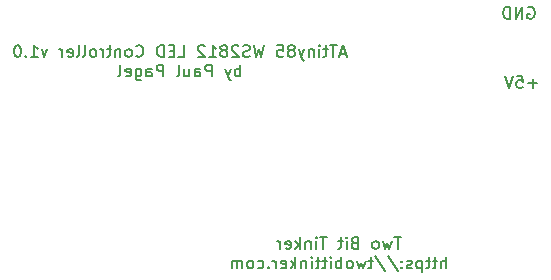
<source format=gbr>
%TF.GenerationSoftware,KiCad,Pcbnew,5.1.6-c6e7f7d~86~ubuntu19.10.1*%
%TF.CreationDate,2020-07-11T11:49:28-04:00*%
%TF.ProjectId,ATtiny85-WS2812-Controller,41547469-6e79-4383-952d-575332383132,rev?*%
%TF.SameCoordinates,Original*%
%TF.FileFunction,Legend,Bot*%
%TF.FilePolarity,Positive*%
%FSLAX46Y46*%
G04 Gerber Fmt 4.6, Leading zero omitted, Abs format (unit mm)*
G04 Created by KiCad (PCBNEW 5.1.6-c6e7f7d~86~ubuntu19.10.1) date 2020-07-11 11:49:28*
%MOMM*%
%LPD*%
G01*
G04 APERTURE LIST*
%ADD10C,0.150000*%
G04 APERTURE END LIST*
D10*
X142763714Y-66365428D02*
X142001809Y-66365428D01*
X142382761Y-66746380D02*
X142382761Y-65984476D01*
X141049428Y-65746380D02*
X141525619Y-65746380D01*
X141573238Y-66222571D01*
X141525619Y-66174952D01*
X141430380Y-66127333D01*
X141192285Y-66127333D01*
X141097047Y-66174952D01*
X141049428Y-66222571D01*
X141001809Y-66317809D01*
X141001809Y-66555904D01*
X141049428Y-66651142D01*
X141097047Y-66698761D01*
X141192285Y-66746380D01*
X141430380Y-66746380D01*
X141525619Y-66698761D01*
X141573238Y-66651142D01*
X140716095Y-65746380D02*
X140382761Y-66746380D01*
X140049428Y-65746380D01*
X141985904Y-59952000D02*
X142081142Y-59904380D01*
X142224000Y-59904380D01*
X142366857Y-59952000D01*
X142462095Y-60047238D01*
X142509714Y-60142476D01*
X142557333Y-60332952D01*
X142557333Y-60475809D01*
X142509714Y-60666285D01*
X142462095Y-60761523D01*
X142366857Y-60856761D01*
X142224000Y-60904380D01*
X142128761Y-60904380D01*
X141985904Y-60856761D01*
X141938285Y-60809142D01*
X141938285Y-60475809D01*
X142128761Y-60475809D01*
X141509714Y-60904380D02*
X141509714Y-59904380D01*
X140938285Y-60904380D01*
X140938285Y-59904380D01*
X140462095Y-60904380D02*
X140462095Y-59904380D01*
X140224000Y-59904380D01*
X140081142Y-59952000D01*
X139985904Y-60047238D01*
X139938285Y-60142476D01*
X139890666Y-60332952D01*
X139890666Y-60475809D01*
X139938285Y-60666285D01*
X139985904Y-60761523D01*
X140081142Y-60856761D01*
X140224000Y-60904380D01*
X140462095Y-60904380D01*
X131245904Y-79399380D02*
X130674476Y-79399380D01*
X130960190Y-80399380D02*
X130960190Y-79399380D01*
X130436380Y-79732714D02*
X130245904Y-80399380D01*
X130055428Y-79923190D01*
X129864952Y-80399380D01*
X129674476Y-79732714D01*
X129150666Y-80399380D02*
X129245904Y-80351761D01*
X129293523Y-80304142D01*
X129341142Y-80208904D01*
X129341142Y-79923190D01*
X129293523Y-79827952D01*
X129245904Y-79780333D01*
X129150666Y-79732714D01*
X129007809Y-79732714D01*
X128912571Y-79780333D01*
X128864952Y-79827952D01*
X128817333Y-79923190D01*
X128817333Y-80208904D01*
X128864952Y-80304142D01*
X128912571Y-80351761D01*
X129007809Y-80399380D01*
X129150666Y-80399380D01*
X127293523Y-79875571D02*
X127150666Y-79923190D01*
X127103047Y-79970809D01*
X127055428Y-80066047D01*
X127055428Y-80208904D01*
X127103047Y-80304142D01*
X127150666Y-80351761D01*
X127245904Y-80399380D01*
X127626857Y-80399380D01*
X127626857Y-79399380D01*
X127293523Y-79399380D01*
X127198285Y-79447000D01*
X127150666Y-79494619D01*
X127103047Y-79589857D01*
X127103047Y-79685095D01*
X127150666Y-79780333D01*
X127198285Y-79827952D01*
X127293523Y-79875571D01*
X127626857Y-79875571D01*
X126626857Y-80399380D02*
X126626857Y-79732714D01*
X126626857Y-79399380D02*
X126674476Y-79447000D01*
X126626857Y-79494619D01*
X126579238Y-79447000D01*
X126626857Y-79399380D01*
X126626857Y-79494619D01*
X126293523Y-79732714D02*
X125912571Y-79732714D01*
X126150666Y-79399380D02*
X126150666Y-80256523D01*
X126103047Y-80351761D01*
X126007809Y-80399380D01*
X125912571Y-80399380D01*
X124960190Y-79399380D02*
X124388761Y-79399380D01*
X124674476Y-80399380D02*
X124674476Y-79399380D01*
X124055428Y-80399380D02*
X124055428Y-79732714D01*
X124055428Y-79399380D02*
X124103047Y-79447000D01*
X124055428Y-79494619D01*
X124007809Y-79447000D01*
X124055428Y-79399380D01*
X124055428Y-79494619D01*
X123579238Y-79732714D02*
X123579238Y-80399380D01*
X123579238Y-79827952D02*
X123531619Y-79780333D01*
X123436380Y-79732714D01*
X123293523Y-79732714D01*
X123198285Y-79780333D01*
X123150666Y-79875571D01*
X123150666Y-80399380D01*
X122674476Y-80399380D02*
X122674476Y-79399380D01*
X122579238Y-80018428D02*
X122293523Y-80399380D01*
X122293523Y-79732714D02*
X122674476Y-80113666D01*
X121484000Y-80351761D02*
X121579238Y-80399380D01*
X121769714Y-80399380D01*
X121864952Y-80351761D01*
X121912571Y-80256523D01*
X121912571Y-79875571D01*
X121864952Y-79780333D01*
X121769714Y-79732714D01*
X121579238Y-79732714D01*
X121484000Y-79780333D01*
X121436380Y-79875571D01*
X121436380Y-79970809D01*
X121912571Y-80066047D01*
X121007809Y-80399380D02*
X121007809Y-79732714D01*
X121007809Y-79923190D02*
X120960190Y-79827952D01*
X120912571Y-79780333D01*
X120817333Y-79732714D01*
X120722095Y-79732714D01*
X135055428Y-82049380D02*
X135055428Y-81049380D01*
X134626857Y-82049380D02*
X134626857Y-81525571D01*
X134674476Y-81430333D01*
X134769714Y-81382714D01*
X134912571Y-81382714D01*
X135007809Y-81430333D01*
X135055428Y-81477952D01*
X134293523Y-81382714D02*
X133912571Y-81382714D01*
X134150666Y-81049380D02*
X134150666Y-81906523D01*
X134103047Y-82001761D01*
X134007809Y-82049380D01*
X133912571Y-82049380D01*
X133722095Y-81382714D02*
X133341142Y-81382714D01*
X133579238Y-81049380D02*
X133579238Y-81906523D01*
X133531619Y-82001761D01*
X133436380Y-82049380D01*
X133341142Y-82049380D01*
X133007809Y-81382714D02*
X133007809Y-82382714D01*
X133007809Y-81430333D02*
X132912571Y-81382714D01*
X132722095Y-81382714D01*
X132626857Y-81430333D01*
X132579238Y-81477952D01*
X132531619Y-81573190D01*
X132531619Y-81858904D01*
X132579238Y-81954142D01*
X132626857Y-82001761D01*
X132722095Y-82049380D01*
X132912571Y-82049380D01*
X133007809Y-82001761D01*
X132150666Y-82001761D02*
X132055428Y-82049380D01*
X131864952Y-82049380D01*
X131769714Y-82001761D01*
X131722095Y-81906523D01*
X131722095Y-81858904D01*
X131769714Y-81763666D01*
X131864952Y-81716047D01*
X132007809Y-81716047D01*
X132103047Y-81668428D01*
X132150666Y-81573190D01*
X132150666Y-81525571D01*
X132103047Y-81430333D01*
X132007809Y-81382714D01*
X131864952Y-81382714D01*
X131769714Y-81430333D01*
X131293523Y-81954142D02*
X131245904Y-82001761D01*
X131293523Y-82049380D01*
X131341142Y-82001761D01*
X131293523Y-81954142D01*
X131293523Y-82049380D01*
X131293523Y-81430333D02*
X131245904Y-81477952D01*
X131293523Y-81525571D01*
X131341142Y-81477952D01*
X131293523Y-81430333D01*
X131293523Y-81525571D01*
X130103047Y-81001761D02*
X130960190Y-82287476D01*
X129055428Y-81001761D02*
X129912571Y-82287476D01*
X128864952Y-81382714D02*
X128484000Y-81382714D01*
X128722095Y-81049380D02*
X128722095Y-81906523D01*
X128674476Y-82001761D01*
X128579238Y-82049380D01*
X128484000Y-82049380D01*
X128245904Y-81382714D02*
X128055428Y-82049380D01*
X127864952Y-81573190D01*
X127674476Y-82049380D01*
X127484000Y-81382714D01*
X126960190Y-82049380D02*
X127055428Y-82001761D01*
X127103047Y-81954142D01*
X127150666Y-81858904D01*
X127150666Y-81573190D01*
X127103047Y-81477952D01*
X127055428Y-81430333D01*
X126960190Y-81382714D01*
X126817333Y-81382714D01*
X126722095Y-81430333D01*
X126674476Y-81477952D01*
X126626857Y-81573190D01*
X126626857Y-81858904D01*
X126674476Y-81954142D01*
X126722095Y-82001761D01*
X126817333Y-82049380D01*
X126960190Y-82049380D01*
X126198285Y-82049380D02*
X126198285Y-81049380D01*
X126198285Y-81430333D02*
X126103047Y-81382714D01*
X125912571Y-81382714D01*
X125817333Y-81430333D01*
X125769714Y-81477952D01*
X125722095Y-81573190D01*
X125722095Y-81858904D01*
X125769714Y-81954142D01*
X125817333Y-82001761D01*
X125912571Y-82049380D01*
X126103047Y-82049380D01*
X126198285Y-82001761D01*
X125293523Y-82049380D02*
X125293523Y-81382714D01*
X125293523Y-81049380D02*
X125341142Y-81097000D01*
X125293523Y-81144619D01*
X125245904Y-81097000D01*
X125293523Y-81049380D01*
X125293523Y-81144619D01*
X124960190Y-81382714D02*
X124579238Y-81382714D01*
X124817333Y-81049380D02*
X124817333Y-81906523D01*
X124769714Y-82001761D01*
X124674476Y-82049380D01*
X124579238Y-82049380D01*
X124388761Y-81382714D02*
X124007809Y-81382714D01*
X124245904Y-81049380D02*
X124245904Y-81906523D01*
X124198285Y-82001761D01*
X124103047Y-82049380D01*
X124007809Y-82049380D01*
X123674476Y-82049380D02*
X123674476Y-81382714D01*
X123674476Y-81049380D02*
X123722095Y-81097000D01*
X123674476Y-81144619D01*
X123626857Y-81097000D01*
X123674476Y-81049380D01*
X123674476Y-81144619D01*
X123198285Y-81382714D02*
X123198285Y-82049380D01*
X123198285Y-81477952D02*
X123150666Y-81430333D01*
X123055428Y-81382714D01*
X122912571Y-81382714D01*
X122817333Y-81430333D01*
X122769714Y-81525571D01*
X122769714Y-82049380D01*
X122293523Y-82049380D02*
X122293523Y-81049380D01*
X122198285Y-81668428D02*
X121912571Y-82049380D01*
X121912571Y-81382714D02*
X122293523Y-81763666D01*
X121103047Y-82001761D02*
X121198285Y-82049380D01*
X121388761Y-82049380D01*
X121484000Y-82001761D01*
X121531619Y-81906523D01*
X121531619Y-81525571D01*
X121484000Y-81430333D01*
X121388761Y-81382714D01*
X121198285Y-81382714D01*
X121103047Y-81430333D01*
X121055428Y-81525571D01*
X121055428Y-81620809D01*
X121531619Y-81716047D01*
X120626857Y-82049380D02*
X120626857Y-81382714D01*
X120626857Y-81573190D02*
X120579238Y-81477952D01*
X120531619Y-81430333D01*
X120436380Y-81382714D01*
X120341142Y-81382714D01*
X120007809Y-81954142D02*
X119960190Y-82001761D01*
X120007809Y-82049380D01*
X120055428Y-82001761D01*
X120007809Y-81954142D01*
X120007809Y-82049380D01*
X119103047Y-82001761D02*
X119198285Y-82049380D01*
X119388761Y-82049380D01*
X119484000Y-82001761D01*
X119531619Y-81954142D01*
X119579238Y-81858904D01*
X119579238Y-81573190D01*
X119531619Y-81477952D01*
X119484000Y-81430333D01*
X119388761Y-81382714D01*
X119198285Y-81382714D01*
X119103047Y-81430333D01*
X118531619Y-82049380D02*
X118626857Y-82001761D01*
X118674476Y-81954142D01*
X118722095Y-81858904D01*
X118722095Y-81573190D01*
X118674476Y-81477952D01*
X118626857Y-81430333D01*
X118531619Y-81382714D01*
X118388761Y-81382714D01*
X118293523Y-81430333D01*
X118245904Y-81477952D01*
X118198285Y-81573190D01*
X118198285Y-81858904D01*
X118245904Y-81954142D01*
X118293523Y-82001761D01*
X118388761Y-82049380D01*
X118531619Y-82049380D01*
X117769714Y-82049380D02*
X117769714Y-81382714D01*
X117769714Y-81477952D02*
X117722095Y-81430333D01*
X117626857Y-81382714D01*
X117484000Y-81382714D01*
X117388761Y-81430333D01*
X117341142Y-81525571D01*
X117341142Y-82049380D01*
X117341142Y-81525571D02*
X117293523Y-81430333D01*
X117198285Y-81382714D01*
X117055428Y-81382714D01*
X116960190Y-81430333D01*
X116912571Y-81525571D01*
X116912571Y-82049380D01*
X126569619Y-63857666D02*
X126093428Y-63857666D01*
X126664857Y-64143380D02*
X126331523Y-63143380D01*
X125998190Y-64143380D01*
X125807714Y-63143380D02*
X125236285Y-63143380D01*
X125522000Y-64143380D02*
X125522000Y-63143380D01*
X125045809Y-63476714D02*
X124664857Y-63476714D01*
X124902952Y-63143380D02*
X124902952Y-64000523D01*
X124855333Y-64095761D01*
X124760095Y-64143380D01*
X124664857Y-64143380D01*
X124331523Y-64143380D02*
X124331523Y-63476714D01*
X124331523Y-63143380D02*
X124379142Y-63191000D01*
X124331523Y-63238619D01*
X124283904Y-63191000D01*
X124331523Y-63143380D01*
X124331523Y-63238619D01*
X123855333Y-63476714D02*
X123855333Y-64143380D01*
X123855333Y-63571952D02*
X123807714Y-63524333D01*
X123712476Y-63476714D01*
X123569619Y-63476714D01*
X123474380Y-63524333D01*
X123426761Y-63619571D01*
X123426761Y-64143380D01*
X123045809Y-63476714D02*
X122807714Y-64143380D01*
X122569619Y-63476714D02*
X122807714Y-64143380D01*
X122902952Y-64381476D01*
X122950571Y-64429095D01*
X123045809Y-64476714D01*
X122045809Y-63571952D02*
X122141047Y-63524333D01*
X122188666Y-63476714D01*
X122236285Y-63381476D01*
X122236285Y-63333857D01*
X122188666Y-63238619D01*
X122141047Y-63191000D01*
X122045809Y-63143380D01*
X121855333Y-63143380D01*
X121760095Y-63191000D01*
X121712476Y-63238619D01*
X121664857Y-63333857D01*
X121664857Y-63381476D01*
X121712476Y-63476714D01*
X121760095Y-63524333D01*
X121855333Y-63571952D01*
X122045809Y-63571952D01*
X122141047Y-63619571D01*
X122188666Y-63667190D01*
X122236285Y-63762428D01*
X122236285Y-63952904D01*
X122188666Y-64048142D01*
X122141047Y-64095761D01*
X122045809Y-64143380D01*
X121855333Y-64143380D01*
X121760095Y-64095761D01*
X121712476Y-64048142D01*
X121664857Y-63952904D01*
X121664857Y-63762428D01*
X121712476Y-63667190D01*
X121760095Y-63619571D01*
X121855333Y-63571952D01*
X120760095Y-63143380D02*
X121236285Y-63143380D01*
X121283904Y-63619571D01*
X121236285Y-63571952D01*
X121141047Y-63524333D01*
X120902952Y-63524333D01*
X120807714Y-63571952D01*
X120760095Y-63619571D01*
X120712476Y-63714809D01*
X120712476Y-63952904D01*
X120760095Y-64048142D01*
X120807714Y-64095761D01*
X120902952Y-64143380D01*
X121141047Y-64143380D01*
X121236285Y-64095761D01*
X121283904Y-64048142D01*
X119617238Y-63143380D02*
X119379142Y-64143380D01*
X119188666Y-63429095D01*
X118998190Y-64143380D01*
X118760095Y-63143380D01*
X118426761Y-64095761D02*
X118283904Y-64143380D01*
X118045809Y-64143380D01*
X117950571Y-64095761D01*
X117902952Y-64048142D01*
X117855333Y-63952904D01*
X117855333Y-63857666D01*
X117902952Y-63762428D01*
X117950571Y-63714809D01*
X118045809Y-63667190D01*
X118236285Y-63619571D01*
X118331523Y-63571952D01*
X118379142Y-63524333D01*
X118426761Y-63429095D01*
X118426761Y-63333857D01*
X118379142Y-63238619D01*
X118331523Y-63191000D01*
X118236285Y-63143380D01*
X117998190Y-63143380D01*
X117855333Y-63191000D01*
X117474380Y-63238619D02*
X117426761Y-63191000D01*
X117331523Y-63143380D01*
X117093428Y-63143380D01*
X116998190Y-63191000D01*
X116950571Y-63238619D01*
X116902952Y-63333857D01*
X116902952Y-63429095D01*
X116950571Y-63571952D01*
X117522000Y-64143380D01*
X116902952Y-64143380D01*
X116331523Y-63571952D02*
X116426761Y-63524333D01*
X116474380Y-63476714D01*
X116522000Y-63381476D01*
X116522000Y-63333857D01*
X116474380Y-63238619D01*
X116426761Y-63191000D01*
X116331523Y-63143380D01*
X116141047Y-63143380D01*
X116045809Y-63191000D01*
X115998190Y-63238619D01*
X115950571Y-63333857D01*
X115950571Y-63381476D01*
X115998190Y-63476714D01*
X116045809Y-63524333D01*
X116141047Y-63571952D01*
X116331523Y-63571952D01*
X116426761Y-63619571D01*
X116474380Y-63667190D01*
X116522000Y-63762428D01*
X116522000Y-63952904D01*
X116474380Y-64048142D01*
X116426761Y-64095761D01*
X116331523Y-64143380D01*
X116141047Y-64143380D01*
X116045809Y-64095761D01*
X115998190Y-64048142D01*
X115950571Y-63952904D01*
X115950571Y-63762428D01*
X115998190Y-63667190D01*
X116045809Y-63619571D01*
X116141047Y-63571952D01*
X114998190Y-64143380D02*
X115569619Y-64143380D01*
X115283904Y-64143380D02*
X115283904Y-63143380D01*
X115379142Y-63286238D01*
X115474380Y-63381476D01*
X115569619Y-63429095D01*
X114617238Y-63238619D02*
X114569619Y-63191000D01*
X114474380Y-63143380D01*
X114236285Y-63143380D01*
X114141047Y-63191000D01*
X114093428Y-63238619D01*
X114045809Y-63333857D01*
X114045809Y-63429095D01*
X114093428Y-63571952D01*
X114664857Y-64143380D01*
X114045809Y-64143380D01*
X112379142Y-64143380D02*
X112855333Y-64143380D01*
X112855333Y-63143380D01*
X112045809Y-63619571D02*
X111712476Y-63619571D01*
X111569619Y-64143380D02*
X112045809Y-64143380D01*
X112045809Y-63143380D01*
X111569619Y-63143380D01*
X111141047Y-64143380D02*
X111141047Y-63143380D01*
X110902952Y-63143380D01*
X110760095Y-63191000D01*
X110664857Y-63286238D01*
X110617238Y-63381476D01*
X110569619Y-63571952D01*
X110569619Y-63714809D01*
X110617238Y-63905285D01*
X110664857Y-64000523D01*
X110760095Y-64095761D01*
X110902952Y-64143380D01*
X111141047Y-64143380D01*
X108807714Y-64048142D02*
X108855333Y-64095761D01*
X108998190Y-64143380D01*
X109093428Y-64143380D01*
X109236285Y-64095761D01*
X109331523Y-64000523D01*
X109379142Y-63905285D01*
X109426761Y-63714809D01*
X109426761Y-63571952D01*
X109379142Y-63381476D01*
X109331523Y-63286238D01*
X109236285Y-63191000D01*
X109093428Y-63143380D01*
X108998190Y-63143380D01*
X108855333Y-63191000D01*
X108807714Y-63238619D01*
X108236285Y-64143380D02*
X108331523Y-64095761D01*
X108379142Y-64048142D01*
X108426761Y-63952904D01*
X108426761Y-63667190D01*
X108379142Y-63571952D01*
X108331523Y-63524333D01*
X108236285Y-63476714D01*
X108093428Y-63476714D01*
X107998190Y-63524333D01*
X107950571Y-63571952D01*
X107902952Y-63667190D01*
X107902952Y-63952904D01*
X107950571Y-64048142D01*
X107998190Y-64095761D01*
X108093428Y-64143380D01*
X108236285Y-64143380D01*
X107474380Y-63476714D02*
X107474380Y-64143380D01*
X107474380Y-63571952D02*
X107426761Y-63524333D01*
X107331523Y-63476714D01*
X107188666Y-63476714D01*
X107093428Y-63524333D01*
X107045809Y-63619571D01*
X107045809Y-64143380D01*
X106712476Y-63476714D02*
X106331523Y-63476714D01*
X106569619Y-63143380D02*
X106569619Y-64000523D01*
X106522000Y-64095761D01*
X106426761Y-64143380D01*
X106331523Y-64143380D01*
X105998190Y-64143380D02*
X105998190Y-63476714D01*
X105998190Y-63667190D02*
X105950571Y-63571952D01*
X105902952Y-63524333D01*
X105807714Y-63476714D01*
X105712476Y-63476714D01*
X105236285Y-64143380D02*
X105331523Y-64095761D01*
X105379142Y-64048142D01*
X105426761Y-63952904D01*
X105426761Y-63667190D01*
X105379142Y-63571952D01*
X105331523Y-63524333D01*
X105236285Y-63476714D01*
X105093428Y-63476714D01*
X104998190Y-63524333D01*
X104950571Y-63571952D01*
X104902952Y-63667190D01*
X104902952Y-63952904D01*
X104950571Y-64048142D01*
X104998190Y-64095761D01*
X105093428Y-64143380D01*
X105236285Y-64143380D01*
X104331523Y-64143380D02*
X104426761Y-64095761D01*
X104474380Y-64000523D01*
X104474380Y-63143380D01*
X103807714Y-64143380D02*
X103902952Y-64095761D01*
X103950571Y-64000523D01*
X103950571Y-63143380D01*
X103045809Y-64095761D02*
X103141047Y-64143380D01*
X103331523Y-64143380D01*
X103426761Y-64095761D01*
X103474380Y-64000523D01*
X103474380Y-63619571D01*
X103426761Y-63524333D01*
X103331523Y-63476714D01*
X103141047Y-63476714D01*
X103045809Y-63524333D01*
X102998190Y-63619571D01*
X102998190Y-63714809D01*
X103474380Y-63810047D01*
X102569619Y-64143380D02*
X102569619Y-63476714D01*
X102569619Y-63667190D02*
X102522000Y-63571952D01*
X102474380Y-63524333D01*
X102379142Y-63476714D01*
X102283904Y-63476714D01*
X101283904Y-63476714D02*
X101045809Y-64143380D01*
X100807714Y-63476714D01*
X99902952Y-64143380D02*
X100474380Y-64143380D01*
X100188666Y-64143380D02*
X100188666Y-63143380D01*
X100283904Y-63286238D01*
X100379142Y-63381476D01*
X100474380Y-63429095D01*
X99474380Y-64048142D02*
X99426761Y-64095761D01*
X99474380Y-64143380D01*
X99522000Y-64095761D01*
X99474380Y-64048142D01*
X99474380Y-64143380D01*
X98807714Y-63143380D02*
X98712476Y-63143380D01*
X98617238Y-63191000D01*
X98569619Y-63238619D01*
X98522000Y-63333857D01*
X98474380Y-63524333D01*
X98474380Y-63762428D01*
X98522000Y-63952904D01*
X98569619Y-64048142D01*
X98617238Y-64095761D01*
X98712476Y-64143380D01*
X98807714Y-64143380D01*
X98902952Y-64095761D01*
X98950571Y-64048142D01*
X98998190Y-63952904D01*
X99045809Y-63762428D01*
X99045809Y-63524333D01*
X98998190Y-63333857D01*
X98950571Y-63238619D01*
X98902952Y-63191000D01*
X98807714Y-63143380D01*
X117641047Y-65793380D02*
X117641047Y-64793380D01*
X117641047Y-65174333D02*
X117545809Y-65126714D01*
X117355333Y-65126714D01*
X117260095Y-65174333D01*
X117212476Y-65221952D01*
X117164857Y-65317190D01*
X117164857Y-65602904D01*
X117212476Y-65698142D01*
X117260095Y-65745761D01*
X117355333Y-65793380D01*
X117545809Y-65793380D01*
X117641047Y-65745761D01*
X116831523Y-65126714D02*
X116593428Y-65793380D01*
X116355333Y-65126714D02*
X116593428Y-65793380D01*
X116688666Y-66031476D01*
X116736285Y-66079095D01*
X116831523Y-66126714D01*
X115212476Y-65793380D02*
X115212476Y-64793380D01*
X114831523Y-64793380D01*
X114736285Y-64841000D01*
X114688666Y-64888619D01*
X114641047Y-64983857D01*
X114641047Y-65126714D01*
X114688666Y-65221952D01*
X114736285Y-65269571D01*
X114831523Y-65317190D01*
X115212476Y-65317190D01*
X113783904Y-65793380D02*
X113783904Y-65269571D01*
X113831523Y-65174333D01*
X113926761Y-65126714D01*
X114117238Y-65126714D01*
X114212476Y-65174333D01*
X113783904Y-65745761D02*
X113879142Y-65793380D01*
X114117238Y-65793380D01*
X114212476Y-65745761D01*
X114260095Y-65650523D01*
X114260095Y-65555285D01*
X114212476Y-65460047D01*
X114117238Y-65412428D01*
X113879142Y-65412428D01*
X113783904Y-65364809D01*
X112879142Y-65126714D02*
X112879142Y-65793380D01*
X113307714Y-65126714D02*
X113307714Y-65650523D01*
X113260095Y-65745761D01*
X113164857Y-65793380D01*
X113022000Y-65793380D01*
X112926761Y-65745761D01*
X112879142Y-65698142D01*
X112260095Y-65793380D02*
X112355333Y-65745761D01*
X112402952Y-65650523D01*
X112402952Y-64793380D01*
X111117238Y-65793380D02*
X111117238Y-64793380D01*
X110736285Y-64793380D01*
X110641047Y-64841000D01*
X110593428Y-64888619D01*
X110545809Y-64983857D01*
X110545809Y-65126714D01*
X110593428Y-65221952D01*
X110641047Y-65269571D01*
X110736285Y-65317190D01*
X111117238Y-65317190D01*
X109688666Y-65793380D02*
X109688666Y-65269571D01*
X109736285Y-65174333D01*
X109831523Y-65126714D01*
X110022000Y-65126714D01*
X110117238Y-65174333D01*
X109688666Y-65745761D02*
X109783904Y-65793380D01*
X110022000Y-65793380D01*
X110117238Y-65745761D01*
X110164857Y-65650523D01*
X110164857Y-65555285D01*
X110117238Y-65460047D01*
X110022000Y-65412428D01*
X109783904Y-65412428D01*
X109688666Y-65364809D01*
X108783904Y-65126714D02*
X108783904Y-65936238D01*
X108831523Y-66031476D01*
X108879142Y-66079095D01*
X108974380Y-66126714D01*
X109117238Y-66126714D01*
X109212476Y-66079095D01*
X108783904Y-65745761D02*
X108879142Y-65793380D01*
X109069619Y-65793380D01*
X109164857Y-65745761D01*
X109212476Y-65698142D01*
X109260095Y-65602904D01*
X109260095Y-65317190D01*
X109212476Y-65221952D01*
X109164857Y-65174333D01*
X109069619Y-65126714D01*
X108879142Y-65126714D01*
X108783904Y-65174333D01*
X107926761Y-65745761D02*
X108022000Y-65793380D01*
X108212476Y-65793380D01*
X108307714Y-65745761D01*
X108355333Y-65650523D01*
X108355333Y-65269571D01*
X108307714Y-65174333D01*
X108212476Y-65126714D01*
X108022000Y-65126714D01*
X107926761Y-65174333D01*
X107879142Y-65269571D01*
X107879142Y-65364809D01*
X108355333Y-65460047D01*
X107307714Y-65793380D02*
X107402952Y-65745761D01*
X107450571Y-65650523D01*
X107450571Y-64793380D01*
M02*

</source>
